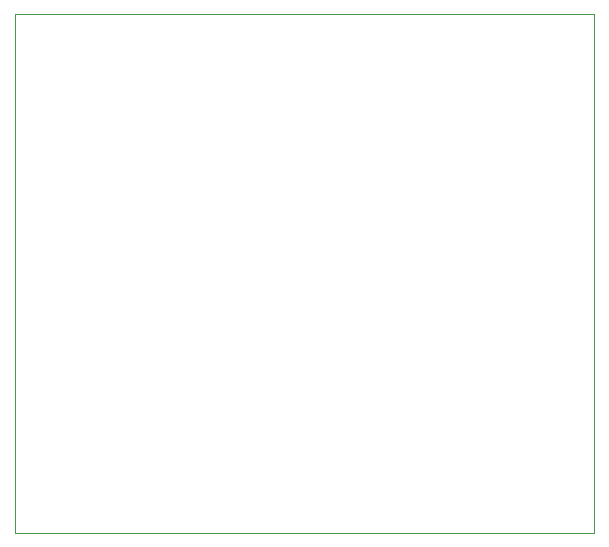
<source format=gbr>
%FSLAX46Y46*%
G04 Gerber Fmt 4.6, Leading zero omitted, Abs format (unit mm)*
G04 Created by KiCad (PCBNEW (2014-10-27 BZR 5228)-product) date 28/06/2015 08:06:50*
%MOMM*%
G01*
G04 APERTURE LIST*
%ADD10C,0.100000*%
G04 APERTURE END LIST*
D10*
X115000000Y-96000000D02*
X164000000Y-96000000D01*
X164000000Y-140000000D02*
X115000000Y-140000000D01*
X115000000Y-140000000D02*
X115000000Y-96000000D01*
X164000000Y-96000000D02*
X164000000Y-140000000D01*
M02*

</source>
